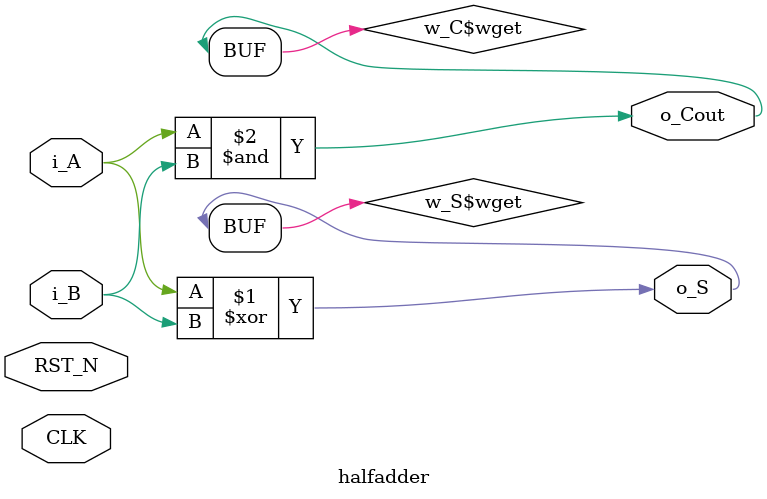
<source format=v>

`ifdef BSV_ASSIGNMENT_DELAY
`else
  `define BSV_ASSIGNMENT_DELAY
`endif

`ifdef BSV_POSITIVE_RESET
  `define BSV_RESET_VALUE 1'b1
  `define BSV_RESET_EDGE posedge
`else
  `define BSV_RESET_VALUE 1'b0
  `define BSV_RESET_EDGE negedge
`endif

module halfadder(CLK,
		 RST_N,

		 i_A,
		 i_B,

		 o_S,

		 o_Cout);
  input  CLK;
  input  RST_N;

  // action method getInput
  input  i_A;
  input  i_B;

  // value method o_S
  output o_S;

  // value method o_Cout
  output o_Cout;

  // signals for module outputs
  wire o_Cout, o_S;

  // inlined wires
  wire w_C$wget, w_S$wget;

  // value method o_S
  assign o_S = w_S$wget ;

  // value method o_Cout
  assign o_Cout = w_C$wget ;

  // inlined wires
  assign w_S$wget = i_A ^ i_B ;
  assign w_C$wget = i_A & i_B ;

 //Formal verification for use with Symbiyosys
 `ifdef FORMAL
 `endif
endmodule  // halfadder



</source>
